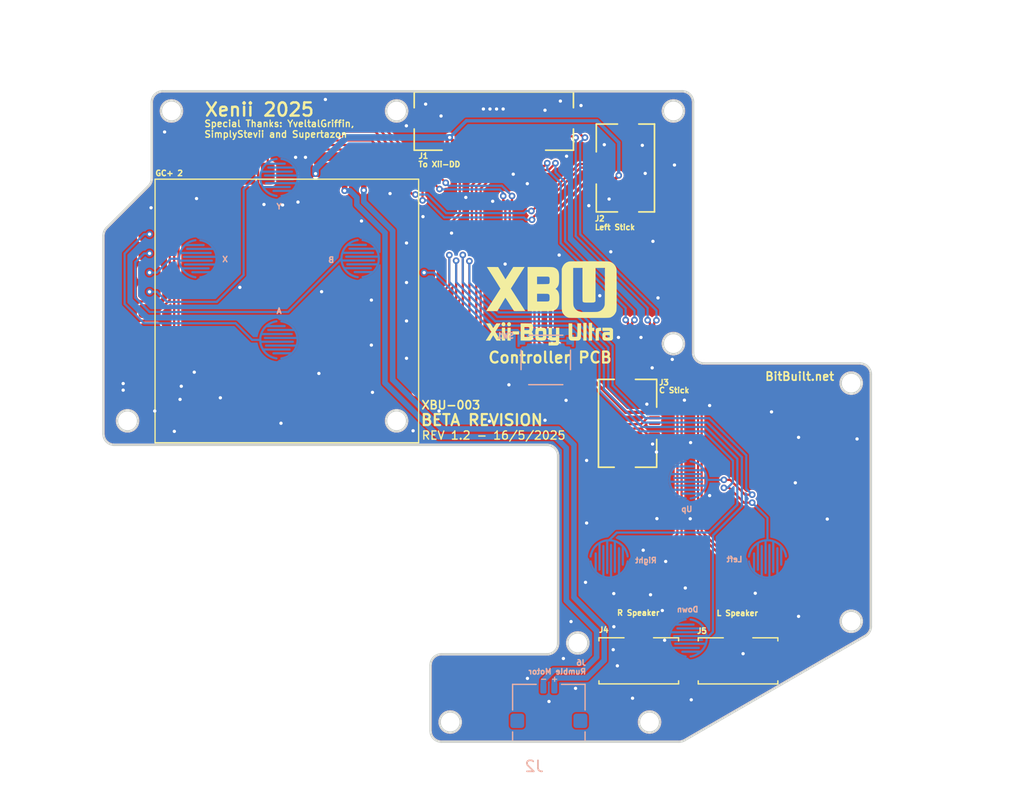
<source format=kicad_pcb>
(kicad_pcb (version 20241229) (generator "pcbnew") (generator_version "9.0")
  (layers (0 "F.Cu" signal) (2 "B.Cu" signal) (13 "F.Paste" user) (15 "B.Paste" user) (5 "F.SilkS" user "F.Silkscreen") (7 "B.SilkS" user "B.Silkscreen") (1 "F.Mask" user) (3 "B.Mask" user) (25 "Edge.Cuts" user))
  (net 0 "")
  (net 2 "GND")
  (net 3 "/B")
  (net 4 "/A")
  (net 5 "/L+")
  (net 6 "/L-")
  (net 7 "/M+")
  (net 8 "/M-")
  (net 9 "/R+")
  (net 10 "/R-")
  (net 12 "/L")
  (net 13 "/R")
  (net 14 "/CY")
  (net 15 "/LT")
  (net 16 "/START")
  (net 17 "/RT")
  (net 18 "/DATA")
  (net 19 "/RZ")
  (net 20 "/CX")
  (net 21 "/Y")
  (net 22 "/DU")
  (net 23 "/X")
  (net 24 "/SX")
  (net 25 "/SY")
  (net 26 "/LZ")
  (net 27 "+3V3")
  (net 29 "/DD")
  (net 30 "/DL")
  (net 31 "/DR")
  (footprint "4LAYER_FOOTPRINTS:GC+2.0" (layer "F.Cu") (at 111.403 104.188)
    (property "Reference" "U1" (hide yes))
    (property "Value" "GC+2.0" (hide yes))
  )
  (footprint "0532610271:MOLEX_0532610271" (layer "F.Cu") (at 164.49 121.15225)
    (property "Reference" "J1" (hide yes))
    (property "Value" "0532610271" (hide yes))
  )
  (footprint "0532610271:MOLEX_0532610271" (layer "F.Cu") (at 155.45 121.14825)
    (property "Reference" "J3" (hide yes))
    (property "Value" "0532610271" (hide yes))
  )
  (footprint "5051101892:CON_5051101892_MOL" (layer "F.Cu") (at 142.250002 74.9 180)
    (property "Reference" "J7" (hide yes))
    (property "Value" "5051101892" (hide yes))
  )
  (footprint "5051100592:CON_5051100592_MOL" (layer "F.Cu") (at 154.23 79.17 90)
    (property "Reference" "J4" (hide yes))
    (property "Value" "5051100592" (hide yes))
  )
  (footprint "LOGO" (layer "F.Cu") (at 147.523 91.559)
    (property "Reference" "G***" (hide yes))
    (property "Value" "LOGO" (hide yes))
  )
  (footprint "5051100592:CON_5051100592_MOL" (layer "F.Cu") (at 154.43 102.420001 -90)
    (property "Reference" "J5" (hide yes))
    (property "Value" "5051100592" (hide yes))
  )
  (footprint "DSLPadNew:DSLPad-Final" (layer "B.Cu") (at 130.08 87.42 180)
    (property "Reference" "B1" (hide yes))
    (property "Value" "~")
  )
  (footprint "DSLPadNew:DSLPad-Final" (layer "B.Cu") (at 167.17 114.77 90)
    (property "Reference" "L1" (hide yes))
    (property "Value" "~")
  )
  (footprint "DSLPadNew:DSLPad-Final" (layer "B.Cu") (at 122.69 80.03 180)
    (property "Reference" "Y1" (hide yes))
    (property "Value" "~")
  )
  (footprint "5037630291:MOLEX_5037630291" (layer "B.Cu") (at 147.26 128.785)
    (property "Reference" "J2")
    (property "Value" "5037630291")
  )
  (footprint "DSLPadNew:DSLPad-Final" (layer "B.Cu") (at 115.3 87.435 180)
    (property "Reference" "X1" (hide yes))
    (property "Value" "~")
  )
  (footprint "DSLPadNew:DSLPad-Final" (layer "B.Cu") (at 152.75 114.77 90)
    (property "Reference" "R1" (hide yes))
    (property "Value" "~")
  )
  (footprint "DSLPadNew:DSLPad-Final" (layer "B.Cu") (at 159.94 121.97)
    (property "Reference" "D1" (hide yes))
    (property "Value" "~")
  )
  (footprint "TL3315NF250Q:SW_TL3315NF250Q" (layer "B.Cu") (at 146.98 96.65)
    (property "Reference" "S1" (hide yes))
    (property "Value" "~")
  )
  (footprint "DSLPadNew:DSLPad-Final" (layer "B.Cu") (at 122.68 94.82 180)
    (property "Reference" "A1" (hide yes))
    (property "Value" "~")
  )
  (footprint "DSLPadNew:DSLPad-Final" (layer "B.Cu") (at 159.95 107.57)
    (property "Reference" "U2" (hide yes))
    (property "Value" "~")
  )
  (gr_arc (start 107.697003 104.391899) (mid 106.989894 104.099005) (end 106.697 103.391896) (stroke (width 0.2)) (layer "Edge.Cuts"))
  (gr_circle (center 158.605037 95.162013) (end 158.605037 94.212013) (stroke (width 0.2)) (fill no) (layer "Edge.Cuts"))
  (gr_circle (center 138.279495 129.620422) (end 138.279495 128.670422) (stroke (width 0.2)) (fill no) (layer "Edge.Cuts"))
  (gr_arc (start 159.617501 131.286447) (mid 159.376319 131.386348) (end 159.117499 131.420422) (stroke (width 0.2)) (layer "Edge.Cuts"))
  (gr_arc (start 106.697 85.328478) (mid 106.773275 84.945422) (end 106.990464 84.620802) (stroke (width 0.2)) (layer "Edge.Cuts"))
  (gr_line (start 106.697 85.328478) (end 106.697 103.391896) (stroke (width 0.2)) (layer "Edge.Cuts"))
  (gr_line (start 137.479494 131.420422) (end 159.117499 131.420422) (stroke (width 0.2)) (layer "Edge.Cuts"))
  (gr_circle (center 149.894835 122.420422) (end 149.894835 121.470422) (stroke (width 0.2)) (fill no) (layer "Edge.Cuts"))
  (gr_circle (center 156.429495 129.620422) (end 156.429495 128.670422) (stroke (width 0.2)) (fill no) (layer "Edge.Cuts"))
  (gr_line (start 110.803537 80.813888) (end 106.990464 84.620802) (stroke (width 0.2)) (layer "Edge.Cuts"))
  (gr_arc (start 176.594835 120.907227) (mid 176.46086 121.407228) (end 176.094834 121.773255) (stroke (width 0.2)) (layer "Edge.Cuts"))
  (gr_line (start 111.097 73.177) (end 111.097 80.106213) (stroke (width 0.2)) (layer "Edge.Cuts"))
  (gr_line (start 159.405038 72.177) (end 112.096998 72.177) (stroke (width 0.2)) (layer "Edge.Cuts"))
  (gr_line (start 147.094832 123.441899) (end 137.479493 123.441899) (stroke (width 0.2)) (layer "Edge.Cuts"))
  (gr_arc (start 111.097 80.106213) (mid 111.020725 80.489268) (end 110.803537 80.813888) (stroke (width 0.2)) (layer "Edge.Cuts"))
  (gr_arc (start 137.479494 131.420422) (mid 136.772388 131.127529) (end 136.479495 130.420422) (stroke (width 0.2)) (layer "Edge.Cuts"))
  (gr_arc (start 147.094837 104.391899) (mid 147.801942 104.684792) (end 148.094835 105.391897) (stroke (width 0.2)) (layer "Edge.Cuts"))
  (gr_arc (start 175.594836 96.962013) (mid 176.301942 97.254906) (end 176.594835 97.962011) (stroke (width 0.2)) (layer "Edge.Cuts"))
  (gr_line (start 107.697003 104.391899) (end 147.094837 104.391899) (stroke (width 0.2)) (layer "Edge.Cuts"))
  (gr_arc (start 111.097 73.177) (mid 111.389892 72.469894) (end 112.096998 72.177) (stroke (width 0.2)) (layer "Edge.Cuts"))
  (gr_line (start 176.594835 120.907227) (end 176.594835 97.962011) (stroke (width 0.2)) (layer "Edge.Cuts"))
  (gr_circle (center 133.397 73.977) (end 133.397 73.027) (stroke (width 0.2)) (fill no) (layer "Edge.Cuts"))
  (gr_circle (center 108.897 102.191899) (end 108.897 101.241899) (stroke (width 0.2)) (fill no) (layer "Edge.Cuts"))
  (gr_arc (start 159.405038 72.177) (mid 160.112144 72.469893) (end 160.405037 73.176998) (stroke (width 0.2)) (layer "Edge.Cuts"))
  (gr_circle (center 174.794835 120.445348) (end 174.794835 119.495348) (stroke (width 0.2)) (fill no) (layer "Edge.Cuts"))
  (gr_line (start 160.405037 95.962014) (end 160.405037 73.176998) (stroke (width 0.2)) (layer "Edge.Cuts"))
  (gr_arc (start 136.479495 124.441899) (mid 136.772387 123.734793) (end 137.479493 123.441899) (stroke (width 0.2)) (layer "Edge.Cuts"))
  (gr_circle (center 133.397 102.191899) (end 133.397 101.241899) (stroke (width 0.2)) (fill no) (layer "Edge.Cuts"))
  (gr_line (start 159.617501 131.286447) (end 176.094834 121.773255) (stroke (width 0.2)) (layer "Edge.Cuts"))
  (gr_line (start 148.094835 105.391897) (end 148.094835 122.441895) (stroke (width 0.2)) (layer "Edge.Cuts"))
  (gr_line (start 175.594836 96.962013) (end 161.405036 96.962013) (stroke (width 0.2)) (layer "Edge.Cuts"))
  (gr_circle (center 174.794835 98.762013) (end 174.794835 97.812013) (stroke (width 0.2)) (fill no) (layer "Edge.Cuts"))
  (gr_circle (center 112.897 73.977) (end 112.897 73.027) (stroke (width 0.2)) (fill no) (layer "Edge.Cuts"))
  (gr_arc (start 161.405036 96.962013) (mid 160.69793 96.66912) (end 160.405037 95.962014) (stroke (width 0.2)) (layer "Edge.Cuts"))
  (gr_line (start 136.479495 124.441899) (end 136.479495 130.420422) (stroke (width 0.2)) (layer "Edge.Cuts"))
  (gr_arc (start 148.094835 122.441895) (mid 147.801941 123.149005) (end 147.094832 123.441899) (stroke (width 0.2)) (layer "Edge.Cuts"))
  (gr_circle (center 158.605037 73.977) (end 158.605037 73.027) (stroke (width 0.2)) (fill no) (layer "Edge.Cuts"))
  (gr_text "J4" (at 151.75 121.52 0) (layer "F.SilkS") (effects (font (size 0.5 0.5) (thickness 0.125) (bold yes)) (justify left bottom)))
  (gr_text "BETA REVISION" (at 135.51 102.71 0) (layer "F.SilkS") (effects (font (size 1 1) (thickness 0.2) (bold yes)) (justify left bottom)))
  (gr_text "BitBuilt.net" (at 166.875 98.591 0) (layer "F.SilkS") (effects (font (size 0.75 0.75) (thickness 0.15) (bold yes)) (justify left bottom)))
  (gr_text "Special Thanks: YveltalGriffin, \nSimplyStevii and Supertazon" (at 115.831 76.451 0) (layer "F.SilkS") (effects (font (size 0.6 0.6) (thickness 0.12) (bold yes)) (justify left bottom)))
  (gr_text "GC+ 2" (at 111.365 79.936 0) (layer "F.SilkS") (effects (font (size 0.5 0.5) (thickness 0.125) (bold yes)) (justify left bottom)))
  (gr_text "Controller PCB" (at 141.644 97.017 0) (layer "F.SilkS") (effects (font (size 1 1) (thickness 0.2) (bold yes)) (justify left bottom)))
  (gr_text "J1" (at 135.325 78.364 0) (layer "F.SilkS") (effects (font (size 0.5 0.5) (thickness 0.125) (bold yes)) (justify left bottom)))
  (gr_text "Left Stick" (at 151.382 84.86 0) (layer "F.SilkS") (effects (font (size 0.5 0.5) (thickness 0.125) (bold yes)) (justify left bottom)))
  (gr_text "C Stick" (at 157.233 99.709 0) (layer "F.SilkS") (effects (font (size 0.5 0.5) (thickness 0.125) (bold yes)) (justify left bottom)))
  (gr_text "J5" (at 160.69 121.62 0) (layer "F.SilkS") (effects (font (size 0.5 0.5) (thickness 0.125) (bold yes)) (justify left bottom)))
  (gr_text "Xenii 2025" (at 115.823 74.556 0) (layer "F.SilkS") (effects (font (size 1.2 1.2) (thickness 0.22) (bold yes)) (justify left bottom)))
  (gr_text "L Speaker" (at 162.47 120 0) (layer "F.SilkS") (effects (font (size 0.5 0.5) (thickness 0.125) (bold yes)) (justify left bottom)))
  (gr_text "XBU-003" (at 135.58 101.2 0) (layer "F.SilkS") (effects (font (size 0.75 0.75) (thickness 0.15) (bold yes)) (justify left bottom)))
  (gr_text "To Xii-DD\n" (at 135.313 79.133 0) (layer "F.SilkS") (effects (font (size 0.5 0.5) (thickness 0.125) (bold yes)) (justify left bottom)))
  (gr_text "J2" (at 151.382 84.071 0) (layer "F.SilkS") (effects (font (size 0.5 0.5) (thickness 0.125) (bold yes)) (justify left bottom)))
  (gr_text "R Speaker" (at 153.41 119.97 0) (layer "F.SilkS") (effects (font (size 0.5 0.5) (thickness 0.125) (bold yes)) (justify left bottom)))
  (gr_text "J3" (at 157.23 98.993 0) (layer "F.SilkS") (effects (font (size 0.5 0.5) (thickness 0.125) (bold yes)) (justify left bottom)))
  (gr_text "REV 1.2 - 16/5/2025" (at 135.62 103.96 0) (layer "F.SilkS") (effects (font (size 0.75 0.75) (thickness 0.12)) (justify left bottom)))
  (gr_text "Right" (at 157.149 115.195 0) (layer "B.SilkS") (effects (font (size 0.5 0.5) (thickness 0.125) (bold yes)) (justify left bottom mirror)))
  (gr_text "+ -" (at 148.163 125.983 0) (layer "B.SilkS") (effects (font (size 0.5 0.5) (thickness 0.1)) (justify left bottom mirror)))
  (gr_text "A" (at 122.993 92.487 0) (layer "B.SilkS") (effects (font (size 0.5 0.5) (thickness 0.125) (bold yes)) (justify left bottom mirror)))
  (gr_text "Up" (at 160.393 110.528 0) (layer "B.SilkS") (effects (font (size 0.5 0.5) (thickness 0.125) (bold yes)) (justify left bottom mirror)))
  (gr_text "X" (at 118.1 87.777 0) (layer "B.SilkS") (effects (font (size 0.5 0.5) (thickness 0.125) (bold yes)) (justify left bottom mirror)))
  (gr_text "Down" (at 160.943 119.665 0) (layer "B.SilkS") (effects (font (size 0.5 0.5) (thickness 0.125) (bold yes)) (justify left bottom mirror)))
  (gr_text "J6\nRumble Motor" (at 150.714 125.322 0) (layer "B.SilkS") (effects (font (size 0.5 0.5) (thickness 0.125) (bold yes)) (justify left bottom mirror)))
  (gr_text "Y" (at 122.993 82.969 0) (layer "B.SilkS") (effects (font (size 0.5 0.5) (thickness 0.125) (bold yes)) (justify left bottom mirror)))
  (gr_text "Left" (at 164.947 115.096 0) (layer "B.SilkS") (effects (font (size 0.5 0.5) (thickness 0.125) (bold yes)) (justify left bottom mirror)))
  (gr_text "B" (at 127.774 87.834 0) (layer "B.SilkS") (effects (font (size 0.5 0.5) (thickness 0.125) (bold yes)) (justify left bottom mirror)))
  (gr_text "SW1" (at 144.151 94.731 0) (layer "B.SilkS") (effects (font (size 0.5 0.5) (thickness 0.125) (bold yes)) (justify left bottom mirror)))
  (via (at 153.6 94.6) (size 0.6) (drill 0.3) (layers "F.Cu" "B.Cu") (net 2))
  (via (at 141.85 102.23) (size 0.6) (drill 0.3) (layers "F.Cu" "B.Cu") (net 2))
  (via (at 130.2 84) (size 0.6) (drill 0.3) (layers "F.Cu" "B.Cu") (net 2))
  (via (at 167.536 101.379) (size 0.6) (drill 0.3) (layers "F.Cu" "B.Cu") (net 2))
  (via (at 157.1 111.1) (size 0.6) (drill 0.3) (layers "F.Cu" "B.Cu") (net 2))
  (via (at 144.02 79.737) (size 0.6) (drill 0.3) (layers "F.Cu" "B.Cu") (net 2))
  (via (at 114.974 97.765) (size 0.6) (drill 0.3) (layers "F.Cu" "B.Cu") (net 2))
  (via (at 111.039 82.793) (size 0.6) (drill 0.3) (layers "F.Cu" "B.Cu") (net 2))
  (via (at 159.686 117.416) (size 0.6) (drill 0.3) (layers "F.Cu" "B.Cu") (net 2))
  (via (at 148.311 73.079) (size 0.6) (drill 0.3) (layers "F.Cu" "B.Cu") (net 2))
  (via (at 175.325 103.844) (size 0.6) (drill 0.3) (layers "F.Cu" "B.Cu") (net 2))
  (via (at 141.3 73.8) (size 0.6) (drill 0.3) (layers "F.Cu" "B.Cu") (net 2))
  (via (at 155.65 94.6) (size 0.6) (drill 0.3) (layers "F.Cu" "B.Cu") (net 2))
  (via (at 153.173 117.924) (size 0.6) (drill 0.3) (layers "F.Cu" "B.Cu") (net 2))
  (via (at 161.9 109) (size 0.6) (drill 0.3) (layers "F.Cu" "B.Cu") (net 2))
  (via (at 137.26 101.3) (size 0.6) (drill 0.3) (layers "F.Cu" "B.Cu") (net 2))
  (via (at 164.948 123.398) (size 0.6) (drill 0.3) (layers "F.Cu" "B.Cu") (net 2))
  (via (at 131.1 95.3) (size 0.6) (drill 0.3) (layers "F.Cu" "B.Cu") (net 2))
  (via (at 143.625 98.914) (size 0.6) (drill 0.3) (layers "F.Cu" "B.Cu") (net 2))
  (via (at 145.312 125.648) (size 0.6) (drill 0.3) (layers "F.Cu" "B.Cu") (net 2))
  (via (at 135.8 83.6) (size 0.6) (drill 0.3) (layers "F.Cu" "B.Cu") (net 2))
  (via (at 124.2 78.2) (size 0.6) (drill 0.3) (layers "F.Cu" "B.Cu") (net 2))
  (via (at 136.041 73.356) (size 0.6) (drill 0.3) (layers "F.Cu" "B.Cu") (net 2))
  (via (at 138.4 85.1) (size 0.6) (drill 0.3) (layers "F.Cu" "B.Cu") (net 2))
  (via (at 134.3 86) (size 0.6) (drill 0.3) (layers "F.Cu" "B.Cu") (net 2))
  (via (at 126.321 97.879) (size 0.6) (drill 0.3) (layers "F.Cu" "B.Cu") (net 2))
  (via (at 151.9 90.8) (size 0.6) (drill 0.3) (layers "F.Cu" "B.Cu") (net 2))
  (via (at 108.5 99.4) (size 0.6) (drill 0.3) (layers "F.Cu" "B.Cu") (net 2))
  (via (at 139.7 81.85) (size 0.6) (drill 0.3) (layers "F.Cu" "B.Cu") (net 2))
  (via (at 157.9 115) (size 0.6) (drill 0.3) (layers "F.Cu" "B.Cu") (net 2))
  (via (at 152.749 82.001) (size 0.6) (drill 0.3) (layers "F.Cu" "B.Cu") (net 2))
  (via (at 111.375 101.301) (size 0.6) (drill 0.3) (layers "F.Cu" "B.Cu") (net 2))
  (via (at 150.6 116.9) (size 0.6) (drill 0.3) (layers "F.Cu" "B.Cu") (net 2))
  (via (at 134.3 93.1) (size 0.6) (drill 0.3) (layers "F.Cu" "B.Cu") (net 2))
  (via (at 141.9 73.8) (size 0.6) (drill 0.3) (layers "F.Cu" "B.Cu") (net 2))
  (via (at 146.91 102.14) (size 0.6) (drill 0.3) (layers "F.Cu" "B.Cu") (net 2))
  (via (at 142.146 82.202) (size 0.6) (drill 0.3) (layers "F.Cu" "B.Cu") (net 2))
  (via (at 155.773 77.107) (size 0.6) (drill 0.3) (layers "F.Cu" "B.Cu") (net 2))
  (via (at 146.909 73.912) (size 0.6) (drill 0.3) (layers "F.Cu" "B.Cu") (net 2))
  (via (at 156.036 79.663) (size 0.6) (drill 0.3) (layers "F.Cu" "B.Cu") (net 2))
  (via (at 134.288 75.328) (size 0.6) (drill 0.3) (layers "F.Cu" "B.Cu") (net 2))
  (via (at 158.5 96.6) (size 0.6) (drill 0.3) (layers "F.Cu" "B.Cu") (net 2))
  (via (at 137.444 74.437) (size 0.6) (drill 0.3) (layers "F.Cu" "B.Cu") (net 2))
  (via (at 134.3 96.5) (size 0.6) (drill 0.3) (layers "F.Cu" "B.Cu") (net 2))
  (via (at 134.9 103.1) (size 0.6) (drill 0.3) (layers "F.Cu" "B.Cu") (net 2))
  (via (at 122.87 102.414) (size 0.6) (drill 0.3) (layers "F.Cu" "B.Cu") (net 2))
  (via (at 156.706 104.309) (size 0.6) (drill 0.3) (layers "F.Cu" "B.Cu") (net 2))
  (via (at 148.875 78.1) (size 0.6) (drill 0.3) (layers "F.Cu" "B.Cu") (net 2))
  (via (at 159.607 100.312) (size 0.6) (drill 0.3) (layers "F.Cu" "B.Cu") (net 2))
  (via (at 160.135 111.111) (size 0.6) (drill 0.3) (layers "F.Cu" "B.Cu") (net 2))
  (via (at 117.349 100.097) (size 0.6) (drill 0.3) (layers "F.Cu" "B.Cu") (net 2))
  (via (at 161.9 100.8) (size 0.6) (drill 0.3) (layers "F.Cu" "B.Cu") (net 2))
  (via (at 143.1 73.8) (size 0.6) (drill 0.3) (layers "F.Cu" "B.Cu") (net 2))
  (via (at 131.1 91.2) (size 0.6) (drill 0.3) (layers "F.Cu" "B.Cu") (net 2))
  (via (at 150.7 105.8) (size 0.6) (drill 0.3) (layers "F.Cu" "B.Cu") (net 2))
  (via (at 134.3 89.6) (size 0.6) (drill 0.3) (layers "F.Cu" "B.Cu") (net 2))
  (via (at 121.32 82.493) (size 0.6) (drill 0.3) (layers "F.Cu" "B.Cu") (net 2))
  (via (at 113.791 99.046) (size 0.6) (drill 0.3) (layers "F.Cu" "B.Cu") (net 2))
  (via (at 157.2 91) (size 0.6) (drill 0.3) (layers "F.Cu" "B.Cu") (net 2))
  (via (at 157.593 119.466) (size 0.6) (drill 0.3) (layers "F.Cu" "B.Cu") (net 2))
  (via (at 153.122 123.033) (size 0.6) (drill 0.3) (layers "F.Cu" "B.Cu") (net 2))
  (via (at 113.159 103.154) (size 0.6) (drill 0.3) (layers "F.Cu" "B.Cu") (net 2))
  (via (at 158.7 78.9) (size 0.6) (drill 0.3) (layers "F.Cu" "B.Cu") (net 2))
  (via (at 148.584 123.837) (size 0.6) (drill 0.3) (layers "F.Cu" "B.Cu") (net 2))
  (via (at 131.2 99.6) (size 0.6) (drill 0.3) (layers "F.Cu" "B.Cu") (net 2))
  (via (at 155.853 113.974) (size 0.6) (drill 0.3) (layers "F.Cu" "B.Cu") (net 2))
  (via (at 142.5 73.8) (size 0.6) (drill 0.3) (layers "F.Cu" "B.Cu") (net 2))
  (via (at 153.5 124.5) (size 0.6) (drill 0.3) (layers "F.Cu" "B.Cu") (net 2))
  (via (at 126.913 72.933) (size 0.6) (drill 0.3) (layers "F.Cu" "B.Cu") (net 2))
  (via (at 160.228 127.596) (size 0.6) (drill 0.3) (layers "F.Cu" "B.Cu") (net 2))
  (via (at 145.3 80.6) (size 0.6) (drill 0.3) (layers "F.Cu" "B.Cu") (net 2))
  (via (at 148.829 100.328) (size 0.6) (drill 0.3) (layers "F.Cu" "B.Cu") (net 2))
  (via (at 143.28 87.92) (size 0.6) (drill 0.3) (layers "F.Cu" "B.Cu") (net 2))
  (via (at 125.1 78.2) (size 0.6) (drill 0.3) (layers "F.Cu" "B.Cu") (net 2))
  (via (at 166.057 117.894) (size 0.6) (drill 0.3) (layers "F.Cu" "B.Cu") (net 2))
  (via (at 150.9 82.6) (size 0.6) (drill 0.3) (layers "F.Cu" "B.Cu") (net 2))
  (via (at 156.52 118.03) (size 0.6) (drill 0.3) (layers "F.Cu" "B.Cu") (net 2))
  (via (at 115.18 81.955) (size 0.6) (drill 0.3) (layers "F.Cu" "B.Cu") (net 2))
  (via (at 156.67 97.369) (size 0.6) (drill 0.3) (layers "F.Cu" "B.Cu") (net 2))
  (via (at 148.2 87.1) (size 0.6) (drill 0.3) (layers "F.Cu" "B.Cu") (net 2))
  (via (at 149.692 126.553) (size 0.6) (drill 0.3) (layers "F.Cu" "B.Cu") (net 2))
  (via (at 108.5 98.8) (size 0.6) (drill 0.3) (layers "F.Cu" "B.Cu") (net 2))
  (via (at 123.015 82.542) (size 0.6) (drill 0.3) (layers "F.Cu" "B.Cu") (net 2))
  (via (at 112.271 75.891) (size 0.6) (drill 0.3) (layers "F.Cu" "B.Cu") (net 2))
  (via (at 126.568 90.435) (size 0.6) (drill 0.3) (layers "F.Cu" "B.Cu") (net 2))
  (via (at 113.68 100.243) (size 0.6) (drill 0.3) (layers "F.Cu" "B.Cu") (net 2))
  (via (at 157.802 122.172) (size 0.6) (drill 0.3) (layers "F.Cu" "B.Cu") (net 2))
  (via (at 124.417 82.274) (size 0.6) (drill 0.3) (layers "F.Cu" "B.Cu") (net 2))
  (via (at 169.705 107.837) (size 0.6) (drill 0.3) (layers "F.Cu" "B.Cu") (net 2))
  (via (at 156.739 85.85) (size 0.6) (drill 0.3) (layers "F.Cu" "B.Cu") (net 2))
  (via (at 147.275 127.75) (size 0.6) (drill 0.3) (layers "F.Cu" "B.Cu") (net 2))
  (via (at 152.311 77.049) (size 0.6) (drill 0.3) (layers "F.Cu" "B.Cu") (net 2))
  (via (at 132.8 81.5) (size 0.6) (drill 0.3) (layers "F.Cu" "B.Cu") (net 2))
  (via (at 156.183 100.677) (size 0.6) (drill 0.3) (layers "F.Cu" "B.Cu") (net 2))
  (via (at 154.882 127.453) (size 0.6) (drill 0.3) (layers "F.Cu" "B.Cu") (net 2))
  (via (at 119.124 90.04) (size 0.6) (drill 0.3) (layers "F.Cu" "B.Cu") (net 2))
  (via (at 170 103.7) (size 0.6) (drill 0.3) (layers "F.Cu" "B.Cu") (net 2))
  (via (at 170 120) (size 0.6) (drill 0.3) (layers "F.Cu" "B.Cu") (net 2))
  (via (at 149.281 120.473) (size 0.6) (drill 0.3) (layers "F.Cu" "B.Cu") (net 2))
  (via (at 152.9 86.8) (size 0.6) (drill 0.3) (layers "F.Cu" "B.Cu") (net 2))
  (via (at 160.168 104.176) (size 0.6) (drill 0.3) (layers "F.Cu" "B.Cu") (net 2))
  (via (at 150.7 111.5) (size 0.6) (drill 0.3) (layers "F.Cu" "B.Cu") (net 2))
  (via (at 153.18 120.942) (size 0.6) (drill 0.3) (layers "F.Cu" "B.Cu") (net 2))
  (via (at 172.613 111.14) (size 0.6) (drill 0.3) (layers "F.Cu" "B.Cu") (net 2))
  (via (at 157.06 105.037) (size 0.6) (drill 0.3) (layers "F.Cu" "B.Cu") (net 2))
  (via (at 150.19 73.483) (size 0.6) (drill 0.3) (layers "F.Cu" "B.Cu") (net 2))
  (segment (start 149.21 98.4) (end 144.75 98.4) (width 0.2) (layer "B.Cu") (net 2))
  (via (at 110.903 86.948) (size 0.6) (drill 0.3) (layers "F.Cu" "B.Cu") (net 3))
  (segment (start 109.606 87.744) (end 109.606 90.982) (width 0.2) (layer "B.Cu") (net 3))
  (segment (start 109.606 90.982) (end 110.904 92.28) (width 0.2) (layer "B.Cu") (net 3))
  (segment (start 110.903 86.948) (end 110.901 86.95) (width 0.2) (layer "B.Cu") (net 3))
  (segment (start 123.519581 92.28) (end 128.378456 87.421125) (width 0.2) (layer "B.Cu") (net 3))
  (segment (start 110.901 86.95) (end 110.4 86.95) (width 0.2) (layer "B.Cu") (net 3))
  (segment (start 110.904 92.28) (end 123.519581 92.28) (width 0.2) (layer "B.Cu") (net 3))
  (segment (start 110.4 86.95) (end 109.606 87.744) (width 0.2) (layer "B.Cu") (net 3))
  (via (at 110.903 85.198) (size 0.6) (drill 0.3) (layers "F.Cu" "B.Cu") (net 4))
  (segment (start 118.728 93.309) (end 120.240125 94.821125) (width 0.2) (layer "B.Cu") (net 4))
  (segment (start 108.633 91.546) (end 110.396 93.309) (width 0.2) (layer "B.Cu") (net 4))
  (segment (start 120.240125 94.821125) (end 120.978456 94.821125) (width 0.2) (layer "B.Cu") (net 4))
  (segment (start 110.396 93.309) (end 118.728 93.309) (width 0.2) (layer "B.Cu") (net 4))
  (segment (start 110.903 85.198) (end 110.402 85.198) (width 0.2) (layer "B.Cu") (net 4))
  (segment (start 108.633 86.967) (end 108.633 91.546) (width 0.2) (layer "B.Cu") (net 4))
  (segment (start 110.402 85.198) (end 108.633 86.967) (width 0.2) (layer "B.Cu") (net 4))
  (segment (start 150.228 76.197605) (end 150.228 76.192295) (width 0.2) (layer "F.Cu") (net 5))
  (segment (start 149.919705 75.884) (end 146.362002 75.884) (width 0.2) (layer "F.Cu") (net 5))
  (segment (start 156.86 96.063314) (end 156.86 93.237457) (width 0.2) (layer "F.Cu") (net 5))
  (segment (start 165.115 120.185) (end 164.658 119.728) (width 0.2) (layer "F.Cu") (net 5))
  (segment (start 146.362002 75.884) (end 145.500001 76.746001) (width 0.2) (layer "F.Cu") (net 5))
  (segment (start 156.86 93.237457) (end 157.057946 93.039511) (width 0.2) (layer "F.Cu") (net 5))
  (segment (start 161.174 112.274) (end 161.174 100.377314) (width 0.2) (layer "F.Cu") (net 5))
  (segment (start 161.174 100.377314) (end 156.86 96.063314) (width 0.2) (layer "F.Cu") (net 5))
  (segment (start 150.228 76.192295) (end 149.919705 75.884) (width 0.2) (layer "F.Cu") (net 5))
  (segment (start 164.658 119.728) (end 164.658 115.758) (width 0.2) (layer "F.Cu") (net 5))
  (segment (start 164.658 115.758) (end 161.174 112.274) (width 0.2) (layer "F.Cu") (net 5))
  (segment (start 150.55 76.4) (end 150.430395 76.4) (width 0.2) (layer "F.Cu") (net 5))
  (segment (start 165.115 121.15225) (end 165.115 120.185) (width 0.2) (layer "F.Cu") (net 5))
  (segment (start 145.500001 76.746001) (end 145.500001 77.35) (width 0.2) (layer "F.Cu") (net 5))
  (segment (start 150.430395 76.4) (end 150.228 76.197605) (width 0.2) (layer "F.Cu") (net 5))
  (via (at 157.057946 93.039511) (size 0.6) (drill 0.3) (layers "F.Cu" "B.Cu") (net 5))
  (via (at 150.55 76.4) (size 0.6) (drill 0.3) (layers "F.Cu" "B.Cu") (net 5))
  (segment (start 150.111683 76.838317) (end 150.55 76.4) (width 0.2) (layer "B.Cu") (net 5))
  (segment (start 150.111683 85.203997) (end 157.057946 92.15026) (width 0.2) (layer "B.Cu") (net 5))
  (segment (start 150.111683 85.203997) (end 150.111683 76.838317) (width 0.2) (layer "B.Cu") (net 5))
  (segment (start 157.057946 92.15026) (end 157.057946 93.039511) (width 0.2) (layer "B.Cu") (net 5))
  (segment (start 149.573 76.284) (end 146.462001 76.284) (width 0.2) (layer "F.Cu") (net 6))
  (segment (start 164.33 119.73) (end 164.33 115.893862) (width 0.2) (layer "F.Cu") (net 6))
  (segment (start 156.456 93.228) (end 156.258 93.03) (width 0.2) (layer "F.Cu") (net 6))
  (segment (start 164.33 115.893862) (end 160.846 112.409862) (width 0.2) (layer "F.Cu") (net 6))
  (segment (start 163.865 121.15225) (end 163.865 120.195) (width 0.2) (layer "F.Cu") (net 6))
  (segment (start 146.000002 76.745999) (end 146.000002 77.35) (width 0.2) (layer "F.Cu") (net 6))
  (segment (start 160.846 112.409862) (end 160.846 100.615) (width 0.2) (layer "F.Cu") (net 6))
  (segment (start 149.7 76.411) (end 149.573 76.284) (width 0.2) (layer "F.Cu") (net 6))
  (segment (start 156.456 96.225) (end 156.456 93.228) (width 0.2) (layer "F.Cu") (net 6))
  (segment (start 146.462001 76.284) (end 146.000002 76.745999) (width 0.2) (layer "F.Cu") (net 6))
  (segment (start 160.846 100.615) (end 156.456 96.225) (width 0.2) (layer "F.Cu") (net 6))
  (segment (start 163.865 120.195) (end 164.33 119.73) (width 0.2) (layer "F.Cu") (net 6))
  (via (at 149.7 76.411) (size 0.6) (drill 0.3) (layers "F.Cu" "B.Cu") (net 6))
  (via (at 156.258 93.03) (size 0.6) (drill 0.3) (layers "F.Cu" "B.Cu") (net 6))
  (segment (start 149.711683 76.422683) (end 149.7 76.411) (width 0.2) (layer "B.Cu") (net 6))
  (segment (start 149.711683 85.369683) (end 156.258 91.916) (width 0.2) (layer "B.Cu") (net 6))
  (segment (start 149.711683 85.369683) (end 149.711683 76.422683) (width 0.2) (layer "B.Cu") (net 6))
  (segment (start 156.258 91.916) (end 156.258 93.03) (width 0.2) (layer "B.Cu") (net 6))
  (segment (start 128.663 81.239) (end 128.663 79.688) (width 0.5) (layer "F.Cu") (net 7))
  (via (at 128.663 81.239) (size 0.6) (drill 0.3) (layers "F.Cu" "B.Cu") (net 7))
  (segment (start 137.240899 103.644899) (end 147.826344 103.644899) (width 0.5) (layer "B.Cu") (net 7))
  (segment (start 129.149 81.239) (end 129.781 81.871) (width 0.5) (layer "B.Cu") (net 7))
  (segment (start 148.847835 118.562785) (end 151.606982 121.321932) (width 0.5) (layer "B.Cu") (net 7))
  (segment (start 147.826344 103.644899) (end 148.847835 104.66639) (width 0.5) (layer "B.Cu") (net 7))
  (segment (start 151.606982 121.321932) (end 151.606982 123.708068) (width 0.5) (layer "B.Cu") (net 7))
  (segment (start 151.606982 123.708068) (end 150.41205 124.903) (width 0.5) (layer "B.Cu") (net 7))
  (segment (start 146.76 125.845) (end 146.76 126.52) (width 0.5) (layer "B.Cu") (net 7))
  (segment (start 128.663 81.239) (end 129.149 81.239) (width 0.5) (layer "B.Cu") (net 7))
  (segment (start 129.781 81.871) (end 129.781 82.519126) (width 0.5) (layer "B.Cu") (net 7))
  (segment (start 132.339901 98.743901) (end 137.240899 103.644899) (width 0.5) (layer "B.Cu") (net 7))
  (segment (start 150.41205 124.903) (end 147.702 124.903) (width 0.5) (layer "B.Cu") (net 7))
  (segment (start 132.339901 85.078027) (end 132.339901 98.743901) (width 0.5) (layer "B.Cu") (net 7))
  (segment (start 148.847835 104.66639) (end 148.847835 118.562785) (width 0.5) (layer "B.Cu") (net 7))
  (segment (start 129.781 82.519126) (end 132.339901 85.078027) (width 0.5) (layer "B.Cu") (net 7))
  (segment (start 147.702 124.903) (end 146.76 125.845) (width 0.5) (layer "B.Cu") (net 7))
  (segment (start 130.413 81.196) (end 130.413 79.688) (width 0.5) (layer "F.Cu") (net 8))
  (segment (start 130.409 81.2) (end 130.413 81.196) (width 0.5) (layer "F.Cu") (net 8))
  (via (at 130.409 81.2) (size 0.6) (drill 0.3) (layers "F.Cu" "B.Cu") (net 8))
  (segment (start 130.409 82.259) (end 133.039901 84.889901) (width 0.5) (layer "B.Cu") (net 8))
  (segment (start 133.039901 84.889901) (end 133.039901 98.453951) (width 0.5) (layer "B.Cu") (net 8))
  (segment (start 150.702 125.603) (end 147.99195 125.603) (width 0.5) (layer "B.Cu") (net 8))
  (segment (start 147.99195 125.603) (end 147.76 125.83495) (width 0.5) (layer "B.Cu") (net 8))
  (segment (start 152.306982 121.031982) (end 152.306982 123.998018) (width 0.5) (layer "B.Cu") (net 8))
  (segment (start 137.51895 102.933) (end 148.104395 102.933) (width 0.5) (layer "B.Cu") (net 8))
  (segment (start 130.409 81.2) (end 130.409 82.259) (width 0.5) (layer "B.Cu") (net 8))
  (segment (start 149.547835 118.272835) (end 152.306982 121.031982) (width 0.5) (layer "B.Cu") (net 8))
  (segment (start 148.104395 102.933) (end 149.547835 104.37644) (width 0.5) (layer "B.Cu") (net 8))
  (segment (start 147.76 125.83495) (end 147.76 126.52) (width 0.5) (layer "B.Cu") (net 8))
  (segment (start 149.547835 104.37644) (end 149.547835 118.272835) (width 0.5) (layer "B.Cu") (net 8))
  (segment (start 152.306982 123.998018) (end 150.702 125.603) (width 0.5) (layer "B.Cu") (net 8))
  (segment (start 133.039901 98.453951) (end 137.51895 102.933) (width 0.5) (layer "B.Cu") (net 8))
  (segment (start 156.075 120.255) (end 156.075 121.14825) (width 0.2) (layer "F.Cu") (net 9))
  (segment (start 145.358 79.36) (end 144.000001 78.002001) (width 0.2) (layer "F.Cu") (net 9))
  (segment (start 154.856 96.662) (end 159.35 101.156) (width 0.2) (layer "F.Cu") (net 9))
  (segment (start 147.864646 78.729354) (end 147.234 79.36) (width 0.2) (layer "F.Cu") (net 9))
  (segment (start 147.234 79.36) (end 145.358 79.36) (width 0.2) (layer "F.Cu") (net 9))
  (segment (start 155.63 119.81) (end 156.075 120.255) (width 0.2) (layer "F.Cu") (net 9))
  (segment (start 144.000001 78.002001) (end 144.000001 77.35) (width 0.2) (layer "F.Cu") (net 9))
  (segment (start 159.35 112.658) (end 155.63 116.378) (width 0.2) (layer "F.Cu") (net 9))
  (segment (start 155.056002 93.010011) (end 154.856 93.210013) (width 0.2) (layer "F.Cu") (net 9))
  (segment (start 159.35 101.156) (end 159.35 112.658) (width 0.2) (layer "F.Cu") (net 9))
  (segment (start 155.63 116.378) (end 155.63 119.81) (width 0.2) (layer "F.Cu") (net 9))
  (segment (start 154.856 93.210013) (end 154.856 96.662) (width 0.2) (layer "F.Cu") (net 9))
  (via (at 155.056002 93.010011) (size 0.6) (drill 0.3) (layers "F.Cu" "B.Cu") (net 9))
  (via (at 147.864646 78.729354) (size 0.6) (drill 0.3) (layers "F.Cu" "B.Cu") (net 9))
  (segment (start 147.864646 78.729354) (end 147.864646 79.564646) (width 0.2) (layer "B.Cu") (net 9))
  (segment (start 148.742 80.442) (end 148.742 85.851) (width 0.2) (layer "B.Cu") (net 9))
  (segment (start 147.864646 79.564646) (end 148.742 80.442) (width 0.2) (layer "B.Cu") (net 9))
  (segment (start 148.742 85.851) (end 155.056002 92.165002) (width 0.2) (layer "B.Cu") (net 9))
  (segment (start 155.056002 92.165002) (end 155.056002 93.010011) (width 0.2) (layer "B.Cu") (net 9))
  (segment (start 154.256 93.009) (end 154.456 93.209) (width 0.2) (layer "F.Cu") (net 10))
  (segment (start 145.533002 78.987) (end 144.5 77.953998) (width 0.2) (layer "F.Cu") (net 10))
  (segment (start 144.5 77.953998) (end 144.5 77.35) (width 0.2) (layer "F.Cu") (net 10))
  (segment (start 155.23 119.84) (end 154.825 120.245) (width 0.2) (layer "F.Cu") (net 10))
  (segment (start 158.968 112.501552) (end 155.23 116.239552) (width 0.2) (layer "F.Cu") (net 10))
  (segment (start 154.456 93.209) (end 154.456 96.788) (width 0.2) (layer "F.Cu") (net 10))
  (segment (start 154.456 96.788) (end 158.968 101.3) (width 0.2) (layer "F.Cu") (net 10))
  (segment (start 147.118 78.728) (end 146.859 78.987) (width 0.2) (layer "F.Cu") (net 10))
  (segment (start 146.859 78.987) (end 145.533002 78.987) (width 0.2) (layer "F.Cu") (net 10))
  (segment (start 154.825 120.245) (end 154.825 121.314) (width 0.2) (layer "F.Cu") (net 10))
  (segment (start 155.23 116.239552) (end 155.23 119.84) (width 0.2) (layer "F.Cu") (net 10))
  (segment (start 158.968 101.3) (end 158.968 112.501552) (width 0.2) (layer "F.Cu") (net 10))
  (via (at 147.118 78.728) (size 0.6) (drill 0.3) (layers "F.Cu" "B.Cu") (net 10))
  (via (at 154.256 93.009) (size 0.6) (drill 0.3) (layers "F.Cu" "B.Cu") (net 10))
  (segment (start 154.256 91.930686) (end 154.256 93.009) (width 0.2) (layer "B.Cu") (net 10))
  (segment (start 148.342 86.016686) (end 154.256 91.930686) (width 0.2) (layer "B.Cu") (net 10))
  (segment (start 147.118 78.728) (end 147.118 79.318) (width 0.2) (layer "B.Cu") (net 10))
  (segment (start 147.118 79.318) (end 148.342 80.542) (width 0.2) (layer "B.Cu") (net 10))
  (segment (start 148.342 80.542) (end 148.342 86.016686) (width 0.2) (layer "B.Cu") (net 10))
  (segment (start 143 79.1) (end 143 77.35) (width 0.2) (layer "F.Cu") (net 12))
  (segment (start 137.852 99.198) (end 141.05 96) (width 0.2) (layer "F.Cu") (net 12))
  (segment (start 141.05 96) (end 141.05 81.05) (width 0.2) (layer "F.Cu") (net 12))
  (segment (start 135.903 99.198) (end 137.852 99.198) (width 0.2) (layer "F.Cu") (net 12))
  (segment (start 141.05 81.05) (end 143 79.1) (width 0.2) (layer "F.Cu") (net 12))
  (segment (start 110.4 97.45) (end 111.829 97.45) (width 0.2) (layer "F.Cu") (net 13))
  (segment (start 138.477896 79.585) (end 140.000001 78.062895) (width 0.2) (layer "F.Cu") (net 13))
  (segment (start 135.173628 79.585) (end 138.477896 79.585) (width 0.2) (layer "F.Cu") (net 13))
  (segment (start 111.829 97.45) (end 113.543 95.736) (width 0.2) (layer "F.Cu") (net 13))
  (segment (start 113.543 95.736) (end 113.543 77.715372) (width 0.2) (layer "F.Cu") (net 13))
  (segment (start 131.455628 75.867) (end 135.173628 79.585) (width 0.2) (layer "F.Cu") (net 13))
  (segment (start 140.000001 78.062895) (end 140.000001 77.35) (width 0.2) (layer "F.Cu") (net 13))
  (segment (start 113.543 77.715372) (end 115.391372 75.867) (width 0.2) (layer "F.Cu") (net 13))
  (segment (start 115.391372 75.867) (end 131.455628 75.867) (width 0.2) (layer "F.Cu") (net 13))
  (segment (start 146.353 88.167314) (end 146.353 95.044) (width 0.2) (layer "F.Cu") (net 14))
  (segment (start 118.059 76.267) (end 131.289942 76.267) (width 0.2) (layer "F.Cu") (net 14))
  (segment (start 143.702 85.516314) (end 146.353 88.167314) (width 0.2) (layer "F.Cu") (net 14))
  (segment (start 153.807 102.498) (end 155.659 102.498) (width 0.2) (layer "F.Cu") (net 14))
  (segment (start 131.289942 76.267) (end 135.007942 79.985) (width 0.2) (layer "F.Cu") (net 14))
  (segment (start 146.353 95.044) (end 153.807 102.498) (width 0.2) (layer "F.Cu") (net 14))
  (segment (start 137.33353 79.985) (end 137.86853 80.52) (width 0.2) (layer "F.Cu") (net 14))
  (segment (start 156.236998 101.920002) (end 156.703998 101.920002) (width 0.2) (layer "F.Cu") (net 14))
  (segment (start 116.413 77.913) (end 118.059 76.267) (width 0.2) (layer "F.Cu") (net 14))
  (segment (start 143.907 82.139) (end 143.702 82.344) (width 0.2) (layer "F.Cu") (net 14))
  (segment (start 143.702 82.344) (end 143.702 85.516314) (width 0.2) (layer "F.Cu") (net 14))
  (segment (start 116.411 79.69) (end 116.413 79.688) (width 0.2) (layer "F.Cu") (net 14))
  (segment (start 116.413 79.688) (end 116.413 77.913) (width 0.2) (layer "F.Cu") (net 14))
  (segment (start 143.907 81.72) (end 143.907 82.139) (width 0.2) (layer "F.Cu") (net 14))
  (segment (start 135.007942 79.985) (end 137.33353 79.985) (width 0.2) (layer "F.Cu") (net 14))
  (segment (start 155.659 102.498) (end 156.236998 101.920002) (width 0.2) (layer "F.Cu") (net 14))
  (via (at 143.907 81.72) (size 0.6) (drill 0.3) (layers "F.Cu" "B.Cu") (net 14))
  (via (at 137.86853 80.52) (size 0.6) (drill 0.3) (layers "F.Cu" "B.Cu") (net 14))
  (segment (start 142.98 80.793) (end 143.907 81.72) (width 0.2) (layer "B.Cu") (net 14))
  (segment (start 137.86853 80.52) (end 138.14153 80.793) (width 0.2) (layer "B.Cu") (net 14))
  (segment (start 138.14153 80.793) (end 142.98 80.793) (width 0.2) (layer "B.Cu") (net 14))
  (segment (start 142.500002 77.35) (end 142.500002 79.049998) (width 0.2) (layer "F.Cu") (net 15))
  (segment (start 137.802 97.448) (end 135.903 97.448) (width 0.2) (layer "F.Cu") (net 15))
  (segment (start 140.65 94.6) (end 137.802 97.448) (width 0.2) (layer "F.Cu") (net 15))
  (segment (start 140.65 80.9) (end 140.65 94.6) (width 0.2) (layer "F.Cu") (net 15))
  (segment (start 142.500002 79.049998) (end 140.65 80.9) (width 0.2) (layer "F.Cu") (net 15))
  (segment (start 135.903 88.698) (end 135.901 88.7) (width 0.2) (layer "F.Cu") (net 16))
  (segment (start 135.901 88.7) (end 135.4 88.7) (width 0.2) (layer "F.Cu") (net 16))
  (via (at 135.903 88.698) (size 0.6) (drill 0.3) (layers "F.Cu" "B.Cu") (net 16))
  (segment (start 135.903 88.698) (end 136.798 88.698) (width 0.2) (layer "B.Cu") (net 16))
  (segment (start 149.21 94.9) (end 144.75 94.9) (width 0.2) (layer "B.Cu") (net 16))
  (segment (start 144.75 94.281) (end 144.75 94.9) (width 0.2) (layer "B.Cu") (net 16))
  (segment (start 142.028 93.928) (end 144.397 93.928) (width 0.2) (layer "B.Cu") (net 16))
  (segment (start 144.397 93.928) (end 144.75 94.281) (width 0.2) (layer "B.Cu") (net 16))
  (segment (start 136.798 88.698) (end 142.028 93.928) (width 0.2) (layer "B.Cu") (net 16))
  (segment (start 139.5 78.100448) (end 139.5 77.35) (width 0.2) (layer "F.Cu") (net 17))
  (segment (start 113.143 94.434) (end 113.143 77.549686) (width 0.2) (layer "F.Cu") (net 17))
  (segment (start 135.339314 79.185) (end 138.415448 79.185) (width 0.2) (layer "F.Cu") (net 17))
  (segment (start 115.225686 75.467) (end 131.621314 75.467) (width 0.2) (layer "F.Cu") (net 17))
  (segment (start 110.4 95.7) (end 111.877 95.7) (width 0.2) (layer "F.Cu") (net 17))
  (segment (start 113.143 77.549686) (end 115.225686 75.467) (width 0.2) (layer "F.Cu") (net 17))
  (segment (start 131.621314 75.467) (end 135.339314 79.185) (width 0.2) (layer "F.Cu") (net 17))
  (segment (start 138.415448 79.185) (end 139.5 78.100448) (width 0.2) (layer "F.Cu") (net 17))
  (segment (start 111.877 95.7) (end 113.143 94.434) (width 0.2) (layer "F.Cu") (net 17))
  (segment (start 135.901 85.2) (end 137.3 85.2) (width 0.2) (layer "F.Cu") (net 18))
  (segment (start 139.15 80.45) (end 141.000002 78.599998) (width 0.2) (layer "F.Cu") (net 18))
  (segment (start 139.15 83.35) (end 139.15 80.45) (width 0.2) (layer "F.Cu") (net 18))
  (segment (start 141.000002 78.599998) (end 141.000002 77.35) (width 0.2) (layer "F.Cu") (net 18))
  (segment (start 137.3 85.2) (end 139.15 83.35) (width 0.2) (layer "F.Cu") (net 18))
  (segment (start 135.505 78.785) (end 138.353 78.785) (width 0.2) (layer "F.Cu") (net 19))
  (segment (start 138.353 78.785) (end 139.000001 78.137999) (width 0.2) (layer "F.Cu") (net 19))
  (segment (start 112.743 91.187) (end 112.743 77.384) (width 0.2) (layer "F.Cu") (net 19))
  (segment (start 115.06 75.067) (end 131.787 75.067) (width 0.2) (layer "F.Cu") (net 19))
  (segment (start 112.743 77.384) (end 115.06 75.067) (width 0.2) (layer "F.Cu") (net 19))
  (segment (start 131.787 75.067) (end 135.505 78.785) (width 0.2) (layer "F.Cu") (net 19))
  (segment (start 111.73 92.2) (end 112.743 91.187) (width 0.2) (layer "F.Cu") (net 19))
  (segment (start 139.000001 78.137999) (end 139.000001 77.35) (width 0.2) (layer "F.Cu") (net 19))
  (segment (start 110.4 92.2) (end 111.73 92.2) (width 0.2) (layer "F.Cu") (net 19))
  (segment (start 153.619 102.898) (end 155.691 102.898) (width 0.2) (layer "F.Cu") (net 20))
  (segment (start 145.953 88.333) (end 145.953 95.232) (width 0.2) (layer "F.Cu") (net 20))
  (segment (start 143.302 82.298) (end 143.302 85.682) (width 0.2) (layer "F.Cu") (net 20))
  (segment (start 136.602155 80.385) (end 137.302841 81.085686) (width 0.2) (layer "F.Cu") (net 20))
  (segment (start 143.106997 81.72) (end 143.106997 82.102997) (width 0.2) (layer "F.Cu") (net 20))
  (segment (start 143.302 85.682) (end 145.953 88.333) (width 0.2) (layer "F.Cu") (net 20))
  (segment (start 156.213002 103.420002) (end 156.88 103.420002) (width 0.2) (layer "F.Cu") (net 20))
  (segment (start 143.106997 82.102997) (end 143.302 82.298) (width 0.2) (layer "F.Cu") (net 20))
  (segment (start 134.842256 80.385) (end 136.602155 80.385) (width 0.2) (layer "F.Cu") (net 20))
  (segment (start 118.163 77.95) (end 119.446 76.667) (width 0.2) (layer "F.Cu") (net 20))
  (segment (start 131.124256 76.667) (end 134.842256 80.385) (width 0.2) (layer "F.Cu") (net 20))
  (segment (start 155.691 102.898) (end 156.213002 103.420002) (width 0.2) (layer "F.Cu") (net 20))
  (segment (start 118.163 79.688) (end 118.163 77.95) (width 0.2) (layer "F.Cu") (net 20))
  (segment (start 145.953 95.232) (end 153.619 102.898) (width 0.2) (layer "F.Cu") (net 20))
  (segment (start 119.446 76.667) (end 131.124256 76.667) (width 0.2) (layer "F.Cu") (net 20))
  (via (at 143.106997 81.72) (size 0.6) (drill 0.3) (layers "F.Cu" "B.Cu") (net 20))
  (via (at 137.302841 81.085686) (size 0.6) (drill 0.3) (layers "F.Cu" "B.Cu") (net 20))
  (segment (start 137.337155 81.12) (end 137.302841 81.085686) (width 0.2) (layer "B.Cu") (net 20))
  (segment (start 142.78984 81.12) (end 137.337155 81.12) (width 0.2) (layer "B.Cu") (net 20))
  (segment (start 143.106997 81.72) (end 143.106997 81.437157) (width 0.2) (layer "B.Cu") (net 20))
  (segment (start 143.106997 81.437157) (end 142.78984 81.12) (width 0.2) (layer "B.Cu") (net 20))
  (via (at 110.903 90.448) (size 0.6) (drill 0.3) (layers "F.Cu" "B.Cu") (net 21))
  (segment (start 117.019 91.363) (end 119.471 88.911) (width 0.2) (layer "B.Cu") (net 21))
  (segment (start 110.905 90.45) (end 111.586 90.45) (width 0.2) (layer "B.Cu") (net 21))
  (segment (start 112.499 91.363) (end 117.019 91.363) (width 0.2) (layer "B.Cu") (net 21))
  (segment (start 119.471 88.911) (end 119.471 85.16) (width 0.2) (layer "B.Cu") (net 21))
  (segment (start 120.546875 80.031125) (end 120.988456 80.031125) (width 0.2) (layer "B.Cu") (net 21))
  (segment (start 111.586 90.45) (end 112.499 91.363) (width 0.2) (layer "B.Cu") (net 21))
  (segment (start 119.471 81.107) (end 120.546875 80.031125) (width 0.2) (layer "B.Cu") (net 21))
  (segment (start 110.901 90.45) (end 110.903 90.448) (width 0.2) (layer "B.Cu") (net 21))
  (segment (start 119.471 85.16) (end 119.471 81.107) (width 0.2) (layer "B.Cu") (net 21))
  (segment (start 110.903 90.448) (end 110.905 90.45) (width 0.2) (layer "B.Cu") (net 21))
  (segment (start 137.752 95.698) (end 140.027125 93.422875) (width 0.2) (layer "F.Cu") (net 22))
  (segment (start 163.768875 107.568875) (end 163.2 107.568875) (width 0.2) (layer "F.Cu") (net 22))
  (segment (start 165.119009 108.919009) (end 163.768875 107.568875) (width 0.2) (layer "F.Cu") (net 22))
  (segment (start 135.903 95.698) (end 137.752 95.698) (width 0.2) (layer "F.Cu") (net 22))
  (segment (start 165.780033 108.919009) (end 165.119009 108.919009) (width 0.2) (layer "F.Cu") (net 22))
  (segment (start 140.027125 93.422875) (end 140.027125 87.65) (width 0.2) (layer "F.Cu") (net 22))
  (via (at 140.027125 87.65) (size 0.6) (drill 0.3) (layers "F.Cu" "B.Cu") (net 22))
  (via (at 163.2 107.568875) (size 0.6) (drill 0.3) (layers "F.Cu" "B.Cu") (net 22))
  (via (at 165.780033 108.919009) (size 0.6) (drill 0.3) (layers "F.Cu" "B.Cu") (net 22))
  (segment (start 163.2 107.568875) (end 163.340125 107.568875) (width 0.2) (layer "B.Cu") (net 22))
  (segment (start 153.07 95.346942) (end 150.048057 92.325) (width 0.2) (layer "B.Cu") (net 22))
  (segment (start 150.048057 92.325) (end 142.725 92.325) (width 0.2) (layer "B.Cu") (net 22))
  (segment (start 165.236 105.334942) (end 161.853058 101.952) (width 0.2) (layer "B.Cu") (net 22))
  (segment (start 161.651544 107.568875) (end 163.2 107.568875) (width 0.2) (layer "B.Cu") (net 22))
  (segment (start 165.236 108.374976) (end 165.236 105.334942) (width 0.2) (layer "B.Cu") (net 22))
  (segment (start 140.027125 89.627125) (end 140.027125 87.65) (width 0.2) (layer "B.Cu") (net 22))
  (segment (start 156.057058 101.952) (end 153.07 98.964942) (width 0.2) (layer "B.Cu") (net 22))
  (segment (start 153.07 98.964942) (end 153.07 95.346942) (width 0.2) (layer "B.Cu") (net 22))
  (segment (start 142.725 92.325) (end 140.027125 89.627125) (width 0.2) (layer "B.Cu") (net 22))
  (segment (start 165.780033 108.919009) (end 165.236 108.374976) (width 0.2) (layer "B.Cu") (net 22))
  (segment (start 161.853058 101.952) (end 156.057058 101.952) (width 0.2) (layer "B.Cu") (net 22))
  (via (at 110.903 88.698) (size 0.6) (drill 0.3) (layers "F.Cu" "B.Cu") (net 23))
  (segment (start 110.901 88.7) (end 110.903 88.698) (width 0.2) (layer "B.Cu") (net 23))
  (segment (start 110.903 88.698) (end 110.905 88.7) (width 0.2) (layer "B.Cu") (net 23))
  (segment (start 112.816875 87.436125) (end 113.598456 87.436125) (width 0.2) (layer "B.Cu") (net 23))
  (segment (start 111.553 88.7) (end 112.816875 87.436125) (width 0.2) (layer "B.Cu") (net 23))
  (segment (start 110.905 88.7) (end 111.553 88.7) (width 0.2) (layer "B.Cu") (net 23))
  (segment (start 121.663 78.149) (end 121.663 79.688) (width 0.2) (layer "F.Cu") (net 24))
  (segment (start 151.150001 78.169999) (end 151.78 78.169999) (width 0.2) (layer "F.Cu") (net 24))
  (segment (start 145.726775 83.084225) (end 150.001 78.81) (width 0.2) (layer "F.Cu") (net 24))
  (segment (start 135.115532 81.586) (end 134.858 81.586) (width 0.2) (layer "F.Cu") (net 24))
  (segment (start 130.764 77.492) (end 122.32 77.492) (width 0.2) (layer "F.Cu") (net 24))
  (segment (start 145.669335 83.084225) (end 145.726775 83.084225) (width 0.2) (layer "F.Cu") (net 24))
  (segment (start 134.858 81.586) (end 130.764 77.492) (width 0.2) (layer "F.Cu") (net 24))
  (segment (start 150.001 78.81) (end 150.51 78.81) (width 0.2) (layer "F.Cu") (net 24))
  (segment (start 122.32 77.492) (end 121.663 78.149) (width 0.2) (layer "F.Cu") (net 24))
  (segment (start 150.51 78.81) (end 151.150001 78.169999) (width 0.2) (layer "F.Cu") (net 24))
  (via (at 135.115532 81.586) (size 0.6) (drill 0.3) (layers "F.Cu" "B.Cu") (net 24))
  (via (at 145.669335 83.084225) (size 0.6) (drill 0.3) (layers "F.Cu" "B.Cu") (net 24))
  (segment (start 135.115532 81.586) (end 135.332 81.586) (width 0.2) (layer "B.Cu") (net 24))
  (segment (start 145.006 83.275) (end 145.196775 83.084225) (width 0.2) (layer "B.Cu") (net 24))
  (segment (start 135.332 81.586) (end 135.334307 81.588307) (width 0.2) (layer "B.Cu") (net 24))
  (segment (start 145.196775 83.084225) (end 145.669335 83.084225) (width 0.2) (layer "B.Cu") (net 24))
  (segment (start 135.334307 81.588307) (end 136.219307 81.588307) (width 0.2) (layer "B.Cu") (net 24))
  (segment (start 136.219307 81.588307) (end 137.906 83.275) (width 0.2) (layer "B.Cu") (net 24))
  (segment (start 137.906 83.275) (end 145.006 83.275) (width 0.2) (layer "B.Cu") (net 24))
  (segment (start 151.029999 79.669999) (end 151.78 79.669999) (width 0.2) (layer "F.Cu") (net 25))
  (segment (start 150.498 79.138) (end 151.029999 79.669999) (width 0.2) (layer "F.Cu") (net 25))
  (segment (start 135.759 81.274) (end 135.395 80.91) (width 0.2) (layer "F.Cu") (net 25))
  (segment (start 120.959 77.079) (end 119.913 78.125) (width 0.2) (layer "F.Cu") (net 25))
  (segment (start 135.759 82.12) (end 135.759 81.274) (width 0.2) (layer "F.Cu") (net 25))
  (segment (start 146.197335 83.077527) (end 150.136862 79.138) (width 0.2) (layer "F.Cu") (net 25))
  (segment (start 145.729 83.771265) (end 146.197335 83.30293) (width 0.2) (layer "F.Cu") (net 25))
  (segment (start 150.136862 79.138) (end 150.498 79.138) (width 0.2) (layer "F.Cu") (net 25))
  (segment (start 146.197335 83.30293) (end 146.197335 83.077527) (width 0.2) (layer "F.Cu") (net 25))
  (segment (start 130.94 77.079) (end 120.959 77.079) (width 0.2) (layer "F.Cu") (net 25))
  (segment (start 145.729 83.882) (end 145.729 83.771265) (width 0.2) (layer "F.Cu") (net 25))
  (segment (start 135.395 80.91) (end 134.771 80.91) (width 0.2) (layer "F.Cu") (net 25))
  (segment (start 134.771 80.91) (end 130.94 77.079) (width 0.2) (layer "F.Cu") (net 25))
  (segment (start 119.913 78.125) (end 119.913 79.688) (width 0.2) (layer "F.Cu") (net 25))
  (via (at 135.759 82.12) (size 0.6) (drill 0.3) (layers "F.Cu" "B.Cu") (net 25))
  (via (at 145.729 83.882) (size 0.6) (drill 0.3) (layers "F.Cu" "B.Cu") (net 25))
  (segment (start 136.185314 82.12) (end 137.740314 83.675) (width 0.2) (layer "B.Cu") (net 25))
  (segment (start 137.740314 83.675) (end 144.991 83.675) (width 0.2) (layer "B.Cu") (net 25))
  (segment (start 144.991 83.675) (end 145.198 83.882) (width 0.2) (layer "B.Cu") (net 25))
  (segment (start 145.198 83.882) (end 145.729 83.882) (width 0.2) (layer "B.Cu") (net 25))
  (segment (start 135.759 82.12) (end 136.185314 82.12) (width 0.2) (layer "B.Cu") (net 25))
  (segment (start 140.25 80.75) (end 140.25 84.2) (width 0.2) (layer "F.Cu") (net 26))
  (segment (start 140.25 84.2) (end 137.5 86.95) (width 0.2) (layer "F.Cu") (net 26))
  (segment (start 142 79) (end 140.25 80.75) (width 0.2) (layer "F.Cu") (net 26))
  (segment (start 142 77.35) (end 142 79) (width 0.2) (layer "F.Cu") (net 26))
  (segment (start 137.5 86.95) (end 135.4 86.95) (width 0.2) (layer "F.Cu") (net 26))
  (segment (start 154.259 101.42) (end 147.41 94.571) (width 0.3) (layer "F.Cu") (net 27))
  (segment (start 147.41 94.571) (end 147.41 83.667) (width 0.3) (layer "F.Cu") (net 27))
  (segment (start 125.163 79.688) (end 125.161 79.69) (width 0.6) (layer "F.Cu") (net 27))
  (segment (start 126.019 79.688) (end 125.163 79.688) (width 0.6) (layer "F.Cu") (net 27))
  (segment (start 150.906999 80.170001) (end 151.78 80.170001) (width 0.3) (layer "F.Cu") (net 27))
  (segment (start 138.500002 76.661502) (end 138.23 76.3915) (width 0.3) (layer "F.Cu") (net 27))
  (segment (start 151.78 80.170001) (end 153.302999 80.170001) (width 0.3) (layer "F.Cu") (net 27))
  (segment (start 138 76.6215) (end 138.23 76.3915) (width 0.3) (layer "F.Cu") (net 27))
  (segment (start 156.88 101.42) (end 154.259 101.42) (width 0.3) (layer "F.Cu") (net 27))
  (segment (start 153.302999 80.170001) (end 153.627 79.846) (width 0.3) (layer "F.Cu") (net 27))
  (segment (start 138.500002 77.35) (end 138.500002 76.661502) (width 0.3) (layer "F.Cu") (net 27))
  (segment (start 126.41 79.69) (end 126.408 79.688) (width 0.6) (layer "F.Cu") (net 27))
  (segment (start 126.913 79.688) (end 126.019 79.688) (width 0.6) (layer "F.Cu") (net 27))
  (segment (start 147.41 83.667) (end 150.906999 80.170001) (width 0.3) (layer "F.Cu") (net 27))
  (segment (start 138 77.35) (end 138 76.6215) (width 0.3) (layer "F.Cu") (net 27))
  (via (at 153.627 79.846) (size 0.6) (drill 0.3) (layers "F.Cu" "B.Cu") (net 27))
  (via (at 138.23 76.3915) (size 0.6) (drill 0.3) (layers "F.Cu" "B.Cu") (net 27))
  (via (at 126.019 79.688) (size 0.6) (drill 0.3) (layers "F.Cu" "B.Cu") (net 27))
  (segment (start 126.019 79.201) (end 126.019 79.688) (width 0.6) (layer "B.Cu") (net 27))
  (segment (start 128.8285 76.3915) (end 126.019 79.201) (width 0.6) (layer "B.Cu") (net 27))
  (segment (start 153.627 76.852) (end 153.627 79.846) (width 0.3) (layer "B.Cu") (net 27))
  (segment (start 138.23 76.3915) (end 128.8285 76.3915) (width 0.6) (layer "B.Cu") (net 27))
  (segment (start 138.23 76.3915) (end 139.7465 74.875) (width 0.3) (layer "B.Cu") (net 27))
  (segment (start 139.7465 74.875) (end 151.65 74.875) (width 0.3) (layer "B.Cu") (net 27))
  (segment (start 151.65 74.875) (end 153.627 76.852) (width 0.3) (layer "B.Cu") (net 27))
  (segment (start 135.402 93.948) (end 135.4 93.95) (width 0.2) (layer "F.Cu") (net 29))
  (segment (start 137.702 93.948) (end 135.903 93.948) (width 0.2) (layer "F.Cu") (net 29))
  (segment (start 139.427125 87.091229) (end 139.427125 92.222875) (width 0.2) (layer "F.Cu") (net 29))
  (segment (start 139.427125 92.222875) (end 137.702 93.948) (width 0.2) (layer "F.Cu") (net 29))
  (via (at 139.427125 87.091229) (size 0.6) (drill 0.3) (layers "F.Cu" "B.Cu") (net 29))
  (segment (start 161.687372 102.352) (end 164.836 105.500628) (width 0.2) (layer "B.Cu") (net 29))
  (segment (start 152.67 95.512628) (end 152.67 99.130628) (width 0.2) (layer "B.Cu") (net 29))
  (segment (start 149.882371 92.725) (end 149.885371 92.728) (width 0.2) (layer "B.Cu") (net 29))
  (segment (start 162.2 121.410419) (end 161.641544 121.968875) (width 0.2) (layer "B.Cu") (net 29))
  (segment (start 139.427125 87.091229) (end 139.427125 89.589781) (width 0.2) (layer "B.Cu") (net 29))
  (segment (start 151.509 94.351629) (end 151.509001 94.351629) (width 0.2) (layer "B.Cu") (net 29))
  (segment (start 139.427125 89.589781) (end 142.562344 92.725) (width 0.2) (layer "B.Cu") (net 29))
  (segment (start 164.836 109.989372) (end 162.2 112.625372) (width 0.2) (layer "B.Cu") (net 29))
  (segment (start 155.891372 102.352) (end 161.687372 102.352) (width 0.2) (layer "B.Cu") (net 29))
  (segment (start 164.836 105.500628) (end 164.836 109.989372) (width 0.2) (layer "B.Cu") (net 29))
  (segment (start 142.562344 92.725) (end 149.882371 92.725) (width 0.2) (layer "B.Cu") (net 29))
  (segment (start 149.885372 92.728) (end 151.509 94.351629) (width 0.2) (layer "B.Cu") (net 29))
  (segment (start 149.885371 92.728) (end 149.885372 92.728) (width 0.2) (layer "B.Cu") (net 29))
  (segment (start 151.509001 94.351629) (end 152.67 95.512628) (width 0.2) (layer "B.Cu") (net 29))
  (segment (start 152.67 99.130628) (end 155.891372 102.352) (width 0.2) (layer "B.Cu") (net 29))
  (segment (start 162.2 112.625372) (end 162.2 121.410419) (width 0.2) (layer "B.Cu") (net 29))
  (segment (start 163.2 108.295878) (end 163.682878 108.295878) (width 0.2) (layer "F.Cu") (net 30))
  (segment (start 135.402 90.448) (end 135.4 90.45) (width 0.2) (layer "F.Cu") (net 30))
  (segment (start 165.033 109.646) (end 165.776 109.646) (width 0.2) (layer "F.Cu") (net 30))
  (segment (start 138.2 87.099339) (end 138.2 89.85) (width 0.2) (layer "F.Cu") (net 30))
  (segment (start 138.2 89.85) (end 137.602 90.448) (width 0.2) (layer "F.Cu") (net 30))
  (segment (start 163.682878 108.295878) (end 165.033 109.646) (width 0.2) (layer "F.Cu") (net 30))
  (segment (start 137.602 90.448) (end 135.903 90.448) (width 0.2) (layer "F.Cu") (net 30))
  (via (at 138.2 87.099339) (size 0.6) (drill 0.3) (layers "F.Cu" "B.Cu") (net 30))
  (via (at 165.776 109.646) (size 0.6) (drill 0.3) (layers "F.Cu" "B.Cu") (net 30))
  (via (at 163.2 108.295878) (size 0.6) (drill 0.3) (layers "F.Cu" "B.Cu") (net 30))
  (segment (start 163.2 108.295878) (end 163.21282 108.283058) (width 0.2) (layer "B.Cu") (net 30))
  (segment (start 138.2 89.55) (end 138.2 87.099339) (width 0.2) (layer "B.Cu") (net 30))
  (segment (start 142.178 93.528) (end 138.2 89.55) (width 0.2) (layer "B.Cu") (net 30))
  (segment (start 149.554 93.528) (end 142.178 93.528) (width 0.2) (layer "B.Cu") (net 30))
  (segment (start 151.87 95.844) (end 149.554 93.528) (width 0.2) (layer "B.Cu") (net 30))
  (segment (start 155.56 103.152) (end 151.87 99.462) (width 0.2) (layer "B.Cu") (net 30))
  (segment (start 164.022 107.802) (end 164.022 105.818) (width 0.2) (layer "B.Cu") (net 30))
  (segment (start 161.356 103.152) (end 155.56 103.152) (width 0.2) (layer "B.Cu") (net 30))
  (segment (start 167.168875 111.038875) (end 167.168875 113.068456) (width 0.2) (layer "B.Cu") (net 30))
  (segment (start 164.022 105.818) (end 161.356 103.152) (width 0.2) (layer "B.Cu") (net 30))
  (segment (start 151.87 99.462) (end 151.87 95.844) (width 0.2) (layer "B.Cu") (net 30))
  (segment (start 163.540942 108.283058) (end 164.022 107.802) (width 0.2) (layer "B.Cu") (net 30))
  (segment (start 163.21282 108.283058) (end 163.540942 108.283058) (width 0.2) (layer "B.Cu") (net 30))
  (segment (start 165.776 109.646) (end 167.168875 111.038875) (width 0.2) (layer "B.Cu") (net 30))
  (segment (start 138.816955 91.033045) (end 138.816955 87.608624) (width 0.2) (layer "F.Cu") (net 31))
  (segment (start 135.4 92.2) (end 135.402 92.198) (width 0.2) (layer "F.Cu") (net 31))
  (segment (start 137.652 92.198) (end 138.816955 91.033045) (width 0.2) (layer "F.Cu") (net 31))
  (segment (start 135.903 92.198) (end 137.652 92.198) (width 0.2) (layer "F.Cu") (net 31))
  (via (at 138.816955 87.608624) (size 0.6) (drill 0.3) (layers "F.Cu" "B.Cu") (net 31))
  (segment (start 152.748875 113.068456) (end 153.448331 112.369) (width 0.2) (layer "B.Cu") (net 31))
  (segment (start 142.378 93.128) (end 138.816955 89.566955) (width 0.2) (layer "B.Cu") (net 31))
  (segment (start 155.725686 102.752) (end 152.27 99.296314) (width 0.2) (layer "B.Cu") (net 31))
  (segment (start 149.719686 93.128) (end 142.378 93.128) (width 0.2) (layer "B.Cu") (net 31))
  (segment (start 152.27 95.678314) (end 149.719686 93.128) (width 0.2) (layer "B.Cu") (net 31))
  (segment (start 164.422 105.652314) (end 161.521686 102.752) (width 0.2) (layer "B.Cu") (net 31))
  (segment (start 161.890686 112.369) (end 164.422 109.837686) (width 0.2) (layer "B.Cu") (net 31))
  (segment (start 153.448331 112.369) (end 161.890686 112.369) (width 0.2) (layer "B.Cu") (net 31))
  (segment (start 152.27 99.296314) (end 152.27 95.678314) (width 0.2) (layer "B.Cu") (net 31))
  (segment (start 164.422 109.837686) (end 164.422 105.652314) (width 0.2) (layer "B.Cu") (net 31))
  (segment (start 161.521686 102.752) (end 155.725686 102.752) (width 0.2) (layer "B.Cu") (net 31))
  (segment (start 138.816955 89.566955) (end 138.816955 87.608624) (width 0.2) (layer "B.Cu") (net 31))
  (zone (net 2) (net_name "GND") (layers "F.Cu" "B.Cu") (connect_pads yes (clearance 0.15)) (min_thickness 0.15) (fill yes (thermal_gap 0.5) (thermal_bridge_width 0.7) (island_removal_mode 2) (island_area_min 10))
    (polygon (pts (xy 97.284 63.874) (xy 190.337 63.874) (xy 190.552 137.546) (xy 97.284 137.546)))
  )
  (zone (net 0) (net_name "") (layers "B.Cu" "Dwgs.User") (connect_pads (clearance 0)) (min_thickness 0.25)
    (keepout (tracks not_allowed) (vias not_allowed) (pads not_allowed) (copperpour not_allowed) (footprints allowed))
    (fill (thermal_gap 0.5) (thermal_bridge_width 0.5))
    (polygon (pts (xy 117.08556 87.422368) (xy 117.065455 87.154092) (xy 117.005591 86.891809) (xy 116.907304 86.641377) (xy 116.77279 86.408392) (xy 116.605053 86.198057) (xy 116.407842 86.015071) (xy 116.18556 85.863522) (xy 115.943174 85.746795) (xy 115.686098 85.667498) (xy 115.420074 85.627401) (xy 115.151046 85.627401) (xy 114.885022 85.667498) (xy 114.627946 85.746795) (xy 114.38556 85.863522) (xy 114.163278 86.015071) (xy 113.966067 86.198057) (xy 113.79833 86.408392) (xy 113.663816 86.641377) (xy 113.565529 86.891809) (xy 113.505665 87.154092) (xy 113.48556 87.422368) (xy 113.505665 87.690644) (xy 113.565529 87.952927) (xy 113.663816 88.203359) (xy 113.79833 88.436344) (xy 113.966067 88.646679) (xy 114.163278 88.829665) (xy 114.38556 88.981214) (xy 114.627946 89.097941) (xy 114.885022 89.177238) (xy 115.151046 89.217335) (xy 115.420074 89.217335) (xy 115.686098 89.177238) (xy 115.943174 89.097941) (xy 116.18556 88.981214) (xy 116.407842 88.829665) (xy 116.605053 88.646679) (xy 116.77279 88.436344) (xy 116.907304 88.203359) (xy 117.005591 87.952927) (xy 117.065455 87.690644)))
  )
  (zone (net 0) (net_name "") (layers "B.Cu" "Dwgs.User") (connect_pads (clearance 0)) (min_thickness 0.25)
    (keepout (tracks not_allowed) (vias not_allowed) (pads not_allowed) (copperpour not_allowed) (footprints allowed))
    (fill (thermal_gap 0.5) (thermal_bridge_width 0.5))
    (polygon (pts (xy 168.943198 114.764723) (xy 168.923093 114.496447) (xy 168.863229 114.234164) (xy 168.764942 113.983732) (xy 168.630428 113.750747) (xy 168.462691 113.540412) (xy 168.26548 113.357426) (xy 168.043198 113.205877) (xy 167.800812 113.08915) (xy 167.543736 113.009853) (xy 167.277712 112.969756) (xy 167.008684 112.969756) (xy 166.74266 113.009853) (xy 166.485584 113.08915) (xy 166.243198 113.205877) (xy 166.020916 113.357426) (xy 165.823705 113.540412) (xy 165.655968 113.750747) (xy 165.521454 113.983732) (xy 165.423167 114.234164) (xy 165.363303 114.496447) (xy 165.343198 114.764723) (xy 165.363303 115.032999) (xy 165.423167 115.295282) (xy 165.521454 115.545714) (xy 165.655968 115.778699) (xy 165.823705 115.989034) (xy 166.020916 116.17202) (xy 166.243198 116.323569) (xy 166.485584 116.440296) (xy 166.74266 116.519593) (xy 167.008684 116.55969) (xy 167.277712 116.55969) (xy 167.543736 116.519593) (xy 167.800812 116.440296) (xy 168.043198 116.323569) (xy 168.26548 116.17202) (xy 168.462691 115.989034) (xy 168.630428 115.778699) (xy 168.764942 115.545714) (xy 168.863229 115.295282) (xy 168.923093 115.032999)))
  )
  (zone (net 0) (net_name "") (layers "B.Cu" "Dwgs.User") (connect_pads (clearance 0)) (min_thickness 0.25)
    (keepout (tracks not_allowed) (vias not_allowed) (pads not_allowed) (copperpour not_allowed) (footprints allowed))
    (fill (thermal_gap 0.5) (thermal_bridge_width 0.5))
    (polygon (pts (xy 154.543198 114.764723) (xy 154.523093 114.496447) (xy 154.463229 114.234164) (xy 154.364942 113.983732) (xy 154.230428 113.750747) (xy 154.062691 113.540412) (xy 153.86548 113.357426) (xy 153.643198 113.205877) (xy 153.400812 113.08915) (xy 153.143736 113.009853) (xy 152.877712 112.969756) (xy 152.608684 112.969756) (xy 152.34266 113.009853) (xy 152.085584 113.08915) (xy 151.843198 113.205877) (xy 151.620916 113.357426) (xy 151.423705 113.540412) (xy 151.255968 113.750747) (xy 151.121454 113.983732) (xy 151.023167 114.234164) (xy 150.963303 114.496447) (xy 150.943198 114.764723) (xy 150.963303 115.032999) (xy 151.023167 115.295282) (xy 151.121454 115.545714) (xy 151.255968 115.778699) (xy 151.423705 115.989034) (xy 151.620916 116.17202) (xy 151.843198 116.323569) (xy 152.085584 116.440296) (xy 152.34266 116.519593) (xy 152.608684 116.55969) (xy 152.877712 116.55969) (xy 153.143736 116.519593) (xy 153.400812 116.440296) (xy 153.643198 116.323569) (xy 153.86548 116.17202) (xy 154.062691 115.989034) (xy 154.230428 115.778699) (xy 154.364942 115.545714) (xy 154.463229 115.295282) (xy 154.523093 115.032999)))
  )
  (zone (net 0) (net_name "") (layers "B.Cu" "Dwgs.User") (connect_pads (clearance 0)) (min_thickness 0.25)
    (keepout (tracks not_allowed) (vias not_allowed) (pads not_allowed) (copperpour not_allowed) (footprints allowed))
    (fill (thermal_gap 0.5) (thermal_bridge_width 0.5))
    (polygon (pts (xy 124.48556 94.822368) (xy 124.465455 94.554092) (xy 124.405591 94.291809) (xy 124.307304 94.041377) (xy 124.17279 93.808392) (xy 124.005053 93.598057) (xy 123.807842 93.415071) (xy 123.58556 93.263522) (xy 123.343174 93.146795) (xy 123.086098 93.067498) (xy 122.820074 93.027401) (xy 122.551046 93.027401) (xy 122.285022 93.067498) (xy 122.027946 93.146795) (xy 121.78556 93.263522) (xy 121.563278 93.415071) (xy 121.366067 93.598057) (xy 121.19833 93.808392) (xy 121.063816 94.041377) (xy 120.965529 94.291809) (xy 120.905665 94.554092) (xy 120.88556 94.822368) (xy 120.905665 95.090644) (xy 120.965529 95.352927) (xy 121.063816 95.603359) (xy 121.19833 95.836344) (xy 121.366067 96.046679) (xy 121.563278 96.229665) (xy 121.78556 96.381214) (xy 122.027946 96.497941) (xy 122.285022 96.577238) (xy 122.551046 96.617335) (xy 122.820074 96.617335) (xy 123.086098 96.577238) (xy 123.343174 96.497941) (xy 123.58556 96.381214) (xy 123.807842 96.229665) (xy 124.005053 96.046679) (xy 124.17279 95.836344) (xy 124.307304 95.603359) (xy 124.405591 95.352927) (xy 124.465455 95.090644)))
  )
  (zone (net 0) (net_name "") (layers "B.Cu" "Dwgs.User") (connect_pads (clearance 0)) (min_thickness 0.25)
    (keepout (tracks not_allowed) (vias not_allowed) (pads not_allowed) (copperpour not_allowed) (footprints allowed))
    (fill (thermal_gap 0.5) (thermal_bridge_width 0.5))
    (polygon (pts (xy 124.48556 80.022368) (xy 124.465455 79.754092) (xy 124.405591 79.491809) (xy 124.307304 79.241377) (xy 124.17279 79.008392) (xy 124.005053 78.798057) (xy 123.807842 78.615071) (xy 123.58556 78.463522) (xy 123.343174 78.346795) (xy 123.086098 78.267498) (xy 122.820074 78.227401) (xy 122.551046 78.227401) (xy 122.285022 78.267498) (xy 122.027946 78.346795) (xy 121.78556 78.463522) (xy 121.563278 78.615071) (xy 121.366067 78.798057) (xy 121.19833 79.008392) (xy 121.063816 79.241377) (xy 120.965529 79.491809) (xy 120.905665 79.754092) (xy 120.88556 80.022368) (xy 120.905665 80.290644) (xy 120.965529 80.552927) (xy 121.063816 80.803359) (xy 121.19833 81.036344) (xy 121.366067 81.246679) (xy 121.563278 81.429665) (xy 121.78556 81.581214) (xy 122.027946 81.697941) (xy 122.285022 81.777238) (xy 122.551046 81.817335) (xy 122.820074 81.817335) (xy 123.086098 81.777238) (xy 123.343174 81.697941) (xy 123.58556 81.581214) (xy 123.807842 81.429665) (xy 124.005053 81.246679) (xy 124.17279 81.036344) (xy 124.307304 80.803359) (xy 124.405591 80.552927) (xy 124.465455 80.290644)))
  )
  (zone (net 0) (net_name "") (layers "B.Cu" "Dwgs.User") (connect_pads (clearance 0)) (min_thickness 0.25)
    (keepout (tracks not_allowed) (vias not_allowed) (pads not_allowed) (copperpour not_allowed) (footprints allowed))
    (fill (thermal_gap 0.5) (thermal_bridge_width 0.5))
    (polygon (pts (xy 131.88556 87.422368) (xy 131.865455 87.154092) (xy 131.805591 86.891809) (xy 131.707304 86.641377) (xy 131.57279 86.408392) (xy 131.405053 86.198057) (xy 131.207842 86.015071) (xy 130.98556 85.863522) (xy 130.743174 85.746795) (xy 130.486098 85.667498) (xy 130.220074 85.627401) (xy 129.951046 85.627401) (xy 129.685022 85.667498) (xy 129.427946 85.746795) (xy 129.18556 85.863522) (xy 128.963278 86.015071) (xy 128.766067 86.198057) (xy 128.59833 86.408392) (xy 128.463816 86.641377) (xy 128.365529 86.891809) (xy 128.305665 87.154092) (xy 128.28556 87.422368) (xy 128.305665 87.690644) (xy 128.365529 87.952927) (xy 128.463816 88.203359) (xy 128.59833 88.436344) (xy 128.766067 88.646679) (xy 128.963278 88.829665) (xy 129.18556 88.981214) (xy 129.427946 89.097941) (xy 129.685022 89.177238) (xy 129.951046 89.217335) (xy 130.220074 89.217335) (xy 130.486098 89.177238) (xy 130.743174 89.097941) (xy 130.98556 88.981214) (xy 131.207842 88.829665) (xy 131.405053 88.646679) (xy 131.57279 88.436344) (xy 131.707304 88.203359) (xy 131.805591 87.952927) (xy 131.865455 87.690644)))
  )
  (zone (net 0) (net_name "") (layers "B.Cu" "Dwgs.User") (connect_pads (clearance 0)) (min_thickness 0.25)
    (keepout (tracks not_allowed) (vias not_allowed) (pads not_allowed) (copperpour not_allowed) (footprints allowed))
    (fill (thermal_gap 0.5) (thermal_bridge_width 0.5))
    (polygon (pts (xy 161.743198 107.564723) (xy 161.723093 107.296447) (xy 161.663229 107.034164) (xy 161.564942 106.783732) (xy 161.430428 106.550747) (xy 161.262691 106.340412) (xy 161.06548 106.157426) (xy 160.843198 106.005877) (xy 160.600812 105.88915) (xy 160.343736 105.809853) (xy 160.077712 105.769756) (xy 159.808684 105.769756) (xy 159.54266 105.809853) (xy 159.285584 105.88915) (xy 159.043198 106.005877) (xy 158.820916 106.157426) (xy 158.623705 106.340412) (xy 158.455968 106.550747) (xy 158.321454 106.783732) (xy 158.223167 107.034164) (xy 158.163303 107.296447) (xy 158.143198 107.564723) (xy 158.163303 107.832999) (xy 158.223167 108.095282) (xy 158.321454 108.345714) (xy 158.455968 108.578699) (xy 158.623705 108.789034) (xy 158.820916 108.97202) (xy 159.043198 109.123569) (xy 159.285584 109.240296) (xy 159.54266 109.319593) (xy 159.808684 109.35969) (xy 160.077712 109.35969) (xy 160.343736 109.319593) (xy 160.600812 109.240296) (xy 160.843198 109.123569) (xy 161.06548 108.97202) (xy 161.262691 108.789034) (xy 161.430428 108.578699) (xy 161.564942 108.345714) (xy 161.663229 108.095282) (xy 161.723093 107.832999)))
  )
  (zone (net 0) (net_name "") (layers "B.Cu" "Dwgs.User") (connect_pads (clearance 0)) (min_thickness 0.25)
    (keepout (tracks not_allowed) (vias not_allowed) (pads not_allowed) (copperpour not_allowed) (footprints allowed))
    (fill (thermal_gap 0.5) (thermal_bridge_width 0.5))
    (polygon (pts (xy 161.743198 121.964723) (xy 161.723093 121.696447) (xy 161.663229 121.434164) (xy 161.564942 121.183732) (xy 161.430428 120.950747) (xy 161.262691 120.740412) (xy 161.06548 120.557426) (xy 160.843198 120.405877) (xy 160.600812 120.28915) (xy 160.343736 120.209853) (xy 160.077712 120.169756) (xy 159.808684 120.169756) (xy 159.54266 120.209853) (xy 159.285584 120.28915) (xy 159.043198 120.405877) (xy 158.820916 120.557426) (xy 158.623705 120.740412) (xy 158.455968 120.950747) (xy 158.321454 121.183732) (xy 158.223167 121.434164) (xy 158.163303 121.696447) (xy 158.143198 121.964723) (xy 158.163303 122.232999) (xy 158.223167 122.495282) (xy 158.321454 122.745714) (xy 158.455968 122.978699) (xy 158.623705 123.189034) (xy 158.820916 123.37202) (xy 159.043198 123.523569) (xy 159.285584 123.640296) (xy 159.54266 123.719593) (xy 159.808684 123.75969) (xy 160.077712 123.75969) (xy 160.343736 123.719593) (xy 160.600812 123.640296) (xy 160.843198 123.523569) (xy 161.06548 123.37202) (xy 161.262691 123.189034) (xy 161.430428 122.978699) (xy 161.564942 122.745714) (xy 161.663229 122.495282) (xy 161.723093 122.232999)))
  )
)
</source>
